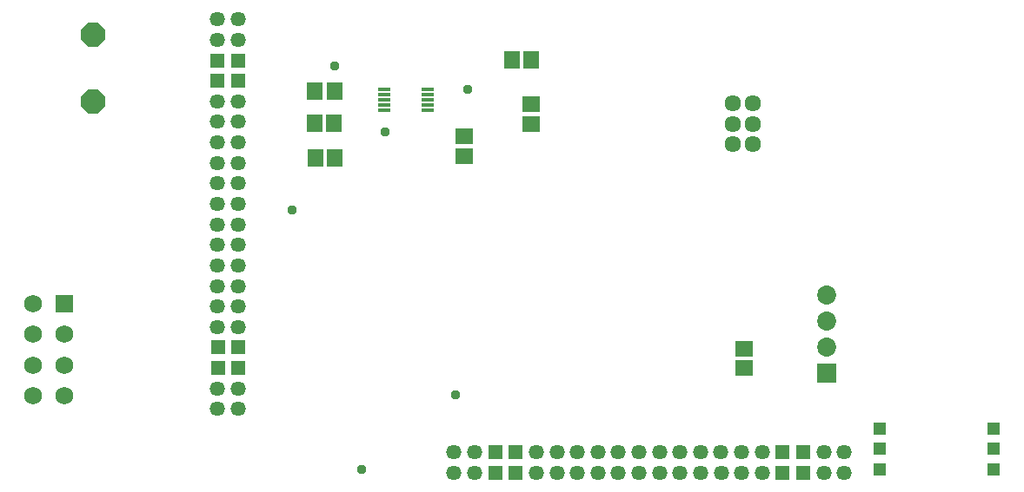
<source format=gbr>
G04 EAGLE Gerber RS-274X export*
G75*
%MOMM*%
%FSLAX34Y34*%
%LPD*%
%INSoldermask Top*%
%IPPOS*%
%AMOC8*
5,1,8,0,0,1.08239X$1,22.5*%
G01*
%ADD10R,1.461200X1.461200*%
%ADD11C,1.461200*%
%ADD12P,2.556822X8X112.500000*%
%ADD13C,1.733200*%
%ADD14R,1.733200X1.733200*%
%ADD15R,1.311200X1.311200*%
%ADD16R,1.854200X1.854200*%
%ADD17C,1.854200*%
%ADD18R,1.703200X1.503200*%
%ADD19R,1.203200X0.453200*%
%ADD20R,1.503200X1.703200*%
%ADD21C,1.611200*%
%ADD22C,0.959600*%


D10*
X770700Y51500D03*
X750700Y51500D03*
X770700Y31500D03*
X750700Y31500D03*
X490700Y51500D03*
X470600Y51400D03*
X490700Y31500D03*
X470700Y31600D03*
X220400Y153700D03*
X220400Y133700D03*
X200500Y133700D03*
X200500Y153700D03*
X200400Y413700D03*
X220300Y413800D03*
X200400Y433600D03*
X220600Y433700D03*
D11*
X810700Y51400D03*
X790600Y51500D03*
X810600Y31500D03*
X790700Y31600D03*
X730600Y51400D03*
X730700Y31400D03*
X710600Y51400D03*
X710700Y31400D03*
X690700Y31400D03*
X690600Y51400D03*
X670600Y51400D03*
X670500Y31400D03*
X650600Y51500D03*
X650700Y31400D03*
X630700Y51400D03*
X630600Y31500D03*
X610600Y51400D03*
X610700Y31400D03*
X590600Y51500D03*
X590600Y31500D03*
X570600Y51500D03*
X570600Y31400D03*
X550700Y51500D03*
X550700Y31400D03*
X530700Y51500D03*
X530700Y31400D03*
X510600Y51500D03*
X510600Y31400D03*
X450700Y51500D03*
X450700Y31400D03*
X430600Y51500D03*
X430600Y31400D03*
X220400Y113800D03*
X220400Y93700D03*
X200300Y113800D03*
X200300Y93700D03*
X220400Y193800D03*
X220400Y173700D03*
X200300Y193800D03*
X200300Y173700D03*
X220300Y233800D03*
X220300Y213700D03*
X200200Y233800D03*
X200200Y213700D03*
X220300Y273800D03*
X220300Y253700D03*
X200200Y273800D03*
X200200Y253700D03*
X220400Y313800D03*
X220400Y293700D03*
X200300Y313800D03*
X200300Y293700D03*
X220400Y353800D03*
X220400Y333700D03*
X200300Y353800D03*
X200300Y333700D03*
X220400Y393900D03*
X220400Y373800D03*
X200300Y393900D03*
X200300Y373800D03*
X220400Y473800D03*
X220400Y453700D03*
X200300Y473800D03*
X200300Y453700D03*
D12*
X79000Y393488D03*
X79000Y458512D03*
D13*
X50800Y166500D03*
X20800Y166500D03*
X50800Y136500D03*
X20800Y136500D03*
D14*
X50800Y196500D03*
D13*
X50800Y106500D03*
X20800Y196500D03*
X20800Y106500D03*
D15*
X844900Y34800D03*
X844900Y54800D03*
X844900Y74800D03*
X955700Y74800D03*
X955700Y54800D03*
X955700Y34800D03*
D16*
X793500Y128400D03*
D17*
X793500Y153800D03*
X793500Y179200D03*
X793500Y204600D03*
D18*
X713500Y152500D03*
X713500Y133500D03*
D19*
X405131Y385500D03*
X405131Y390500D03*
X405131Y395500D03*
X405131Y400500D03*
X405131Y405500D03*
X362869Y405500D03*
X362869Y400500D03*
X362869Y395500D03*
X362869Y390500D03*
X362869Y385500D03*
D20*
X314500Y338500D03*
X295500Y338500D03*
X294500Y372500D03*
X313500Y372500D03*
X295000Y403500D03*
X314000Y403500D03*
D18*
X440500Y359500D03*
X440500Y340500D03*
D20*
X506000Y434500D03*
X487000Y434500D03*
D18*
X506000Y391000D03*
X506000Y372000D03*
D21*
X702000Y392000D03*
X722000Y392000D03*
X702000Y372000D03*
X722000Y372000D03*
X702000Y352000D03*
X722000Y352000D03*
D22*
X272500Y288000D03*
X314500Y428000D03*
X443500Y405500D03*
X363500Y364000D03*
X432200Y107400D03*
X341000Y34500D03*
M02*

</source>
